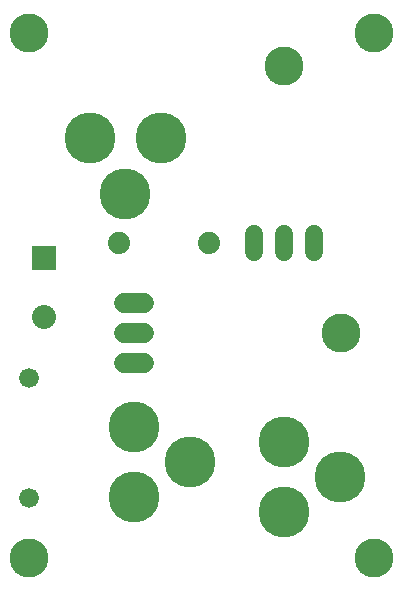
<source format=gts>
G75*
G70*
%OFA0B0*%
%FSLAX24Y24*%
%IPPOS*%
%LPD*%
%AMOC8*
5,1,8,0,0,1.08239X$1,22.5*
%
%ADD10C,0.1700*%
%ADD11C,0.0660*%
%ADD12C,0.1300*%
%ADD13C,0.0740*%
%ADD14C,0.0660*%
%ADD15C,0.0600*%
%ADD16R,0.0800X0.0800*%
%ADD17C,0.0800*%
D10*
X005000Y004031D03*
X005000Y006394D03*
X006850Y005213D03*
X010000Y005894D03*
X010000Y003531D03*
X011850Y004713D03*
X004713Y014150D03*
X005894Y016000D03*
X003531Y016000D03*
D11*
X004670Y010500D02*
X005330Y010500D01*
X005330Y009500D02*
X004670Y009500D01*
X004670Y008500D02*
X005330Y008500D01*
D12*
X001500Y002000D03*
X011900Y009500D03*
X013000Y002000D03*
X010000Y018400D03*
X013000Y019500D03*
X001500Y019500D03*
D13*
X004500Y012500D03*
X007500Y012500D03*
D14*
X001500Y008000D03*
X001500Y004000D03*
D15*
X009000Y012200D02*
X009000Y012800D01*
X010000Y012800D02*
X010000Y012200D01*
X011000Y012200D02*
X011000Y012800D01*
D16*
X002000Y012000D03*
D17*
X002000Y010031D03*
M02*

</source>
